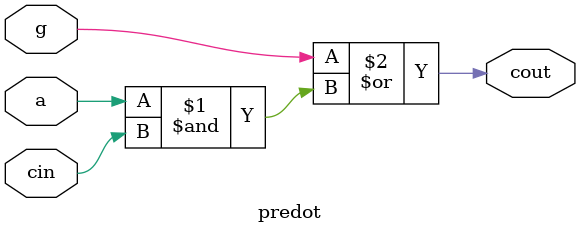
<source format=v>
/*
Computer Architecture Lab 2 - 08-01-2018
	Assignment : Floating Point Multiplier
	Module : Dot Block for Prefix Adder
		-- Eshita Arza	(COE15B013)
		-- Akshay Kumar	(CED15I031)
*/

module predot(g, a, cin, cout);

	input g, a, cin;
	output cout;

	assign cout = g | a & cin;

endmodule // predot  
</source>
